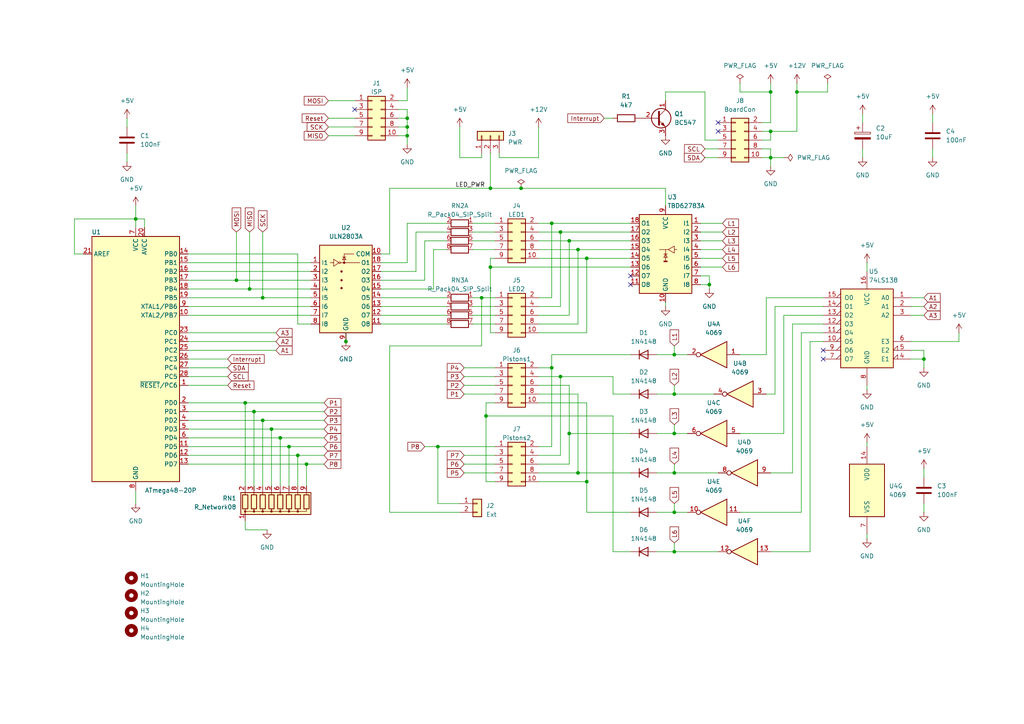
<source format=kicad_sch>
(kicad_sch (version 20231120) (generator "eeschema") (generator_version "8.0")
  (paper "A4")
  (junction (at 88.9 134.62))
  (junction (at 231.14 26.67))
  (junction (at 267.97 104.14))
  (junction (at 195.58 160.02))
  (junction (at 140.97 120.65))
  (junction (at 165.1 69.85))
  (junction (at 83.82 129.54))
  (junction (at 68.58 81.28))
  (junction (at 223.52 45.72))
  (junction (at 223.52 38.1))
  (junction (at 76.2 121.92))
  (junction (at 73.66 119.38))
  (junction (at 160.02 64.77))
  (junction (at 195.58 114.3))
  (junction (at 167.64 137.16))
  (junction (at 167.64 72.39))
  (junction (at 118.11 36.83))
  (junction (at 100.33 99.06))
  (junction (at 162.56 67.31))
  (junction (at 195.58 148.59))
  (junction (at 81.28 127))
  (junction (at 151.13 54.61))
  (junction (at 165.1 125.73))
  (junction (at 78.74 124.46))
  (junction (at 142.24 54.61))
  (junction (at 195.58 102.87))
  (junction (at 71.12 116.84))
  (junction (at 170.18 139.7))
  (junction (at 195.58 137.16))
  (junction (at 142.24 77.47))
  (junction (at 118.11 34.29))
  (junction (at 162.56 109.22))
  (junction (at 160.02 106.68))
  (junction (at 86.36 132.08))
  (junction (at 223.52 26.67))
  (junction (at 205.74 82.55))
  (junction (at 139.7 86.36))
  (junction (at 195.58 125.73))
  (junction (at 118.11 39.37))
  (junction (at 127 129.54))
  (junction (at 39.37 63.5))
  (junction (at 170.18 74.93))
  (junction (at 76.2 86.36))
  (junction (at 72.39 83.82))
  (no_connect (at 208.28 38.1))
  (no_connect (at 238.76 104.14))
  (no_connect (at 208.28 35.56))
  (no_connect (at 182.88 80.01))
  (no_connect (at 182.88 82.55))
  (no_connect (at 238.76 101.6))
  (no_connect (at 102.87 31.75))
  (wire (pts (xy 142.24 44.45) (xy 142.24 54.61)))
  (wire (pts (xy 68.58 81.28) (xy 68.58 67.31)))
  (wire (pts (xy 156.21 134.62) (xy 165.1 134.62)))
  (wire (pts (xy 167.64 137.16) (xy 182.88 137.16)))
  (wire (pts (xy 251.46 154.94) (xy 251.46 156.21)))
  (wire (pts (xy 195.58 111.76) (xy 195.58 114.3)))
  (wire (pts (xy 203.2 67.31) (xy 209.55 67.31)))
  (wire (pts (xy 223.52 35.56) (xy 223.52 26.67)))
  (wire (pts (xy 224.79 114.3) (xy 224.79 88.9)))
  (wire (pts (xy 115.57 36.83) (xy 118.11 36.83)))
  (wire (pts (xy 110.49 78.74) (xy 120.65 78.74)))
  (wire (pts (xy 54.61 78.74) (xy 90.17 78.74)))
  (wire (pts (xy 156.21 129.54) (xy 160.02 129.54)))
  (wire (pts (xy 71.12 151.13) (xy 71.12 153.67)))
  (wire (pts (xy 222.25 102.87) (xy 222.25 86.36)))
  (wire (pts (xy 251.46 76.2) (xy 251.46 78.74)))
  (wire (pts (xy 167.64 72.39) (xy 182.88 72.39)))
  (wire (pts (xy 134.62 134.62) (xy 143.51 134.62)))
  (wire (pts (xy 270.51 33.02) (xy 270.51 35.56)))
  (wire (pts (xy 162.56 88.9) (xy 162.56 67.31)))
  (wire (pts (xy 170.18 139.7) (xy 170.18 116.84)))
  (wire (pts (xy 229.87 93.98) (xy 238.76 93.98)))
  (wire (pts (xy 251.46 128.27) (xy 251.46 129.54)))
  (wire (pts (xy 54.61 106.68) (xy 66.04 106.68)))
  (wire (pts (xy 134.62 137.16) (xy 143.51 137.16)))
  (wire (pts (xy 72.39 83.82) (xy 54.61 83.82)))
  (wire (pts (xy 203.2 74.93) (xy 209.55 74.93)))
  (wire (pts (xy 167.64 114.3) (xy 167.64 137.16)))
  (wire (pts (xy 214.63 148.59) (xy 232.41 148.59)))
  (wire (pts (xy 203.2 77.47) (xy 209.55 77.47)))
  (wire (pts (xy 115.57 34.29) (xy 118.11 34.29)))
  (wire (pts (xy 86.36 93.98) (xy 90.17 93.98)))
  (wire (pts (xy 214.63 24.13) (xy 214.63 26.67)))
  (wire (pts (xy 264.16 88.9) (xy 267.97 88.9)))
  (wire (pts (xy 78.74 140.97) (xy 78.74 124.46)))
  (wire (pts (xy 21.59 73.66) (xy 21.59 63.5)))
  (wire (pts (xy 123.19 81.28) (xy 110.49 81.28)))
  (wire (pts (xy 170.18 74.93) (xy 182.88 74.93)))
  (wire (pts (xy 118.11 36.83) (xy 118.11 39.37)))
  (wire (pts (xy 72.39 83.82) (xy 90.17 83.82)))
  (wire (pts (xy 54.61 129.54) (xy 83.82 129.54)))
  (wire (pts (xy 223.52 160.02) (xy 234.95 160.02)))
  (wire (pts (xy 76.2 121.92) (xy 93.98 121.92)))
  (wire (pts (xy 227.33 125.73) (xy 227.33 91.44)))
  (wire (pts (xy 139.7 45.72) (xy 133.35 45.72)))
  (wire (pts (xy 170.18 74.93) (xy 156.21 74.93)))
  (wire (pts (xy 177.8 109.22) (xy 162.56 109.22)))
  (wire (pts (xy 142.24 74.93) (xy 142.24 77.47)))
  (wire (pts (xy 137.16 93.98) (xy 143.51 93.98)))
  (wire (pts (xy 232.41 148.59) (xy 232.41 96.52)))
  (wire (pts (xy 177.8 160.02) (xy 177.8 120.65)))
  (wire (pts (xy 36.83 34.29) (xy 36.83 36.83)))
  (wire (pts (xy 115.57 31.75) (xy 118.11 31.75)))
  (wire (pts (xy 118.11 39.37) (xy 118.11 41.91)))
  (wire (pts (xy 72.39 83.82) (xy 72.39 67.31)))
  (wire (pts (xy 182.88 102.87) (xy 160.02 102.87)))
  (wire (pts (xy 95.25 34.29) (xy 102.87 34.29)))
  (wire (pts (xy 127 129.54) (xy 127 146.05)))
  (wire (pts (xy 165.1 111.76) (xy 165.1 125.73)))
  (wire (pts (xy 264.16 86.36) (xy 267.97 86.36)))
  (wire (pts (xy 76.2 86.36) (xy 90.17 86.36)))
  (wire (pts (xy 195.58 134.62) (xy 195.58 137.16)))
  (wire (pts (xy 195.58 160.02) (xy 208.28 160.02)))
  (wire (pts (xy 143.51 116.84) (xy 140.97 116.84)))
  (wire (pts (xy 76.2 86.36) (xy 54.61 86.36)))
  (wire (pts (xy 123.19 129.54) (xy 127 129.54)))
  (wire (pts (xy 54.61 116.84) (xy 71.12 116.84)))
  (wire (pts (xy 142.24 77.47) (xy 142.24 96.52)))
  (wire (pts (xy 165.1 125.73) (xy 165.1 134.62)))
  (wire (pts (xy 54.61 88.9) (xy 90.17 88.9)))
  (wire (pts (xy 220.98 38.1) (xy 223.52 38.1)))
  (wire (pts (xy 165.1 91.44) (xy 165.1 69.85)))
  (wire (pts (xy 54.61 119.38) (xy 73.66 119.38)))
  (wire (pts (xy 167.64 72.39) (xy 156.21 72.39)))
  (wire (pts (xy 81.28 127) (xy 81.28 140.97)))
  (wire (pts (xy 142.24 96.52) (xy 143.51 96.52)))
  (wire (pts (xy 205.74 80.01) (xy 203.2 80.01)))
  (wire (pts (xy 151.13 54.61) (xy 193.04 54.61)))
  (wire (pts (xy 118.11 64.77) (xy 118.11 76.2)))
  (wire (pts (xy 165.1 111.76) (xy 156.21 111.76)))
  (wire (pts (xy 220.98 35.56) (xy 223.52 35.56)))
  (wire (pts (xy 54.61 76.2) (xy 90.17 76.2)))
  (wire (pts (xy 156.21 96.52) (xy 170.18 96.52)))
  (wire (pts (xy 127 146.05) (xy 133.35 146.05)))
  (wire (pts (xy 139.7 86.36) (xy 143.51 86.36)))
  (wire (pts (xy 125.73 72.39) (xy 129.54 72.39)))
  (wire (pts (xy 156.21 93.98) (xy 167.64 93.98)))
  (wire (pts (xy 182.88 160.02) (xy 177.8 160.02)))
  (wire (pts (xy 223.52 26.67) (xy 223.52 24.13)))
  (wire (pts (xy 182.88 125.73) (xy 165.1 125.73)))
  (wire (pts (xy 182.88 114.3) (xy 177.8 114.3)))
  (wire (pts (xy 156.21 137.16) (xy 167.64 137.16)))
  (wire (pts (xy 177.8 114.3) (xy 177.8 109.22)))
  (wire (pts (xy 39.37 59.69) (xy 39.37 63.5)))
  (wire (pts (xy 137.16 72.39) (xy 143.51 72.39)))
  (wire (pts (xy 86.36 132.08) (xy 93.98 132.08)))
  (wire (pts (xy 81.28 127) (xy 93.98 127)))
  (wire (pts (xy 267.97 101.6) (xy 267.97 104.14)))
  (wire (pts (xy 167.64 93.98) (xy 167.64 72.39)))
  (wire (pts (xy 162.56 132.08) (xy 156.21 132.08)))
  (wire (pts (xy 222.25 86.36) (xy 238.76 86.36)))
  (wire (pts (xy 240.03 26.67) (xy 231.14 26.67)))
  (wire (pts (xy 142.24 77.47) (xy 182.88 77.47)))
  (wire (pts (xy 110.49 88.9) (xy 129.54 88.9)))
  (wire (pts (xy 118.11 31.75) (xy 118.11 34.29)))
  (wire (pts (xy 120.65 67.31) (xy 129.54 67.31)))
  (wire (pts (xy 127 129.54) (xy 143.51 129.54)))
  (wire (pts (xy 156.21 91.44) (xy 165.1 91.44)))
  (wire (pts (xy 113.03 148.59) (xy 133.35 148.59)))
  (wire (pts (xy 170.18 96.52) (xy 170.18 74.93)))
  (wire (pts (xy 190.5 125.73) (xy 195.58 125.73)))
  (wire (pts (xy 193.04 26.67) (xy 204.47 26.67)))
  (wire (pts (xy 134.62 111.76) (xy 143.51 111.76)))
  (wire (pts (xy 227.33 91.44) (xy 238.76 91.44)))
  (wire (pts (xy 120.65 78.74) (xy 120.65 67.31)))
  (wire (pts (xy 113.03 148.59) (xy 113.03 100.33)))
  (wire (pts (xy 204.47 43.18) (xy 208.28 43.18)))
  (wire (pts (xy 231.14 38.1) (xy 231.14 26.67)))
  (wire (pts (xy 162.56 67.31) (xy 156.21 67.31)))
  (wire (pts (xy 54.61 127) (xy 81.28 127)))
  (wire (pts (xy 264.16 91.44) (xy 267.97 91.44)))
  (wire (pts (xy 204.47 40.64) (xy 208.28 40.64)))
  (wire (pts (xy 182.88 148.59) (xy 170.18 148.59)))
  (wire (pts (xy 195.58 102.87) (xy 199.39 102.87)))
  (wire (pts (xy 139.7 44.45) (xy 139.7 45.72)))
  (wire (pts (xy 54.61 134.62) (xy 88.9 134.62)))
  (wire (pts (xy 195.58 137.16) (xy 208.28 137.16)))
  (wire (pts (xy 160.02 129.54) (xy 160.02 106.68)))
  (wire (pts (xy 195.58 146.05) (xy 195.58 148.59)))
  (wire (pts (xy 54.61 104.14) (xy 66.04 104.14)))
  (wire (pts (xy 142.24 54.61) (xy 113.03 54.61)))
  (wire (pts (xy 214.63 26.67) (xy 223.52 26.67)))
  (wire (pts (xy 137.16 91.44) (xy 143.51 91.44)))
  (wire (pts (xy 270.51 43.18) (xy 270.51 45.72)))
  (wire (pts (xy 160.02 106.68) (xy 156.21 106.68)))
  (wire (pts (xy 113.03 54.61) (xy 113.03 73.66)))
  (wire (pts (xy 78.74 124.46) (xy 93.98 124.46)))
  (wire (pts (xy 190.5 137.16) (xy 195.58 137.16)))
  (wire (pts (xy 204.47 45.72) (xy 208.28 45.72)))
  (wire (pts (xy 125.73 83.82) (xy 125.73 72.39)))
  (wire (pts (xy 134.62 132.08) (xy 143.51 132.08)))
  (wire (pts (xy 203.2 82.55) (xy 205.74 82.55)))
  (wire (pts (xy 54.61 109.22) (xy 66.04 109.22)))
  (wire (pts (xy 86.36 132.08) (xy 86.36 140.97)))
  (wire (pts (xy 220.98 40.64) (xy 223.52 40.64)))
  (wire (pts (xy 113.03 100.33) (xy 139.7 100.33)))
  (wire (pts (xy 190.5 148.59) (xy 195.58 148.59)))
  (wire (pts (xy 264.16 101.6) (xy 267.97 101.6)))
  (wire (pts (xy 264.16 104.14) (xy 267.97 104.14)))
  (wire (pts (xy 137.16 64.77) (xy 143.51 64.77)))
  (wire (pts (xy 86.36 73.66) (xy 86.36 93.98)))
  (wire (pts (xy 39.37 63.5) (xy 39.37 66.04)))
  (wire (pts (xy 142.24 54.61) (xy 151.13 54.61)))
  (wire (pts (xy 139.7 100.33) (xy 139.7 86.36)))
  (wire (pts (xy 223.52 45.72) (xy 227.33 45.72)))
  (wire (pts (xy 220.98 43.18) (xy 223.52 43.18)))
  (wire (pts (xy 54.61 96.52) (xy 80.01 96.52)))
  (wire (pts (xy 195.58 123.19) (xy 195.58 125.73)))
  (wire (pts (xy 156.21 114.3) (xy 167.64 114.3)))
  (wire (pts (xy 123.19 69.85) (xy 129.54 69.85)))
  (wire (pts (xy 24.13 73.66) (xy 21.59 73.66)))
  (wire (pts (xy 160.02 64.77) (xy 182.88 64.77)))
  (wire (pts (xy 54.61 101.6) (xy 80.01 101.6)))
  (wire (pts (xy 54.61 111.76) (xy 66.04 111.76)))
  (wire (pts (xy 220.98 45.72) (xy 223.52 45.72)))
  (wire (pts (xy 234.95 160.02) (xy 234.95 99.06)))
  (wire (pts (xy 110.49 76.2) (xy 118.11 76.2)))
  (wire (pts (xy 39.37 142.24) (xy 39.37 146.05)))
  (wire (pts (xy 134.62 109.22) (xy 143.51 109.22)))
  (wire (pts (xy 195.58 125.73) (xy 199.39 125.73)))
  (wire (pts (xy 190.5 160.02) (xy 195.58 160.02)))
  (wire (pts (xy 54.61 132.08) (xy 86.36 132.08)))
  (wire (pts (xy 76.2 86.36) (xy 76.2 67.31)))
  (wire (pts (xy 156.21 86.36) (xy 160.02 86.36)))
  (wire (pts (xy 83.82 129.54) (xy 93.98 129.54)))
  (wire (pts (xy 229.87 137.16) (xy 229.87 93.98)))
  (wire (pts (xy 76.2 140.97) (xy 76.2 121.92)))
  (wire (pts (xy 203.2 72.39) (xy 209.55 72.39)))
  (wire (pts (xy 115.57 39.37) (xy 118.11 39.37)))
  (wire (pts (xy 118.11 34.29) (xy 118.11 36.83)))
  (wire (pts (xy 193.04 87.63) (xy 193.04 88.9)))
  (wire (pts (xy 203.2 69.85) (xy 209.55 69.85)))
  (wire (pts (xy 205.74 82.55) (xy 205.74 80.01)))
  (wire (pts (xy 36.83 44.45) (xy 36.83 46.99)))
  (wire (pts (xy 123.19 69.85) (xy 123.19 81.28)))
  (wire (pts (xy 162.56 67.31) (xy 182.88 67.31)))
  (wire (pts (xy 39.37 63.5) (xy 41.91 63.5)))
  (wire (pts (xy 156.21 36.83) (xy 156.21 45.72)))
  (wire (pts (xy 193.04 59.69) (xy 193.04 54.61)))
  (wire (pts (xy 68.58 81.28) (xy 54.61 81.28)))
  (wire (pts (xy 140.97 116.84) (xy 140.97 120.65)))
  (wire (pts (xy 267.97 135.89) (xy 267.97 138.43)))
  (wire (pts (xy 140.97 139.7) (xy 143.51 139.7)))
  (wire (pts (xy 170.18 148.59) (xy 170.18 139.7)))
  (wire (pts (xy 223.52 43.18) (xy 223.52 45.72)))
  (wire (pts (xy 95.25 36.83) (xy 102.87 36.83)))
  (wire (pts (xy 205.74 83.82) (xy 205.74 82.55)))
  (wire (pts (xy 118.11 64.77) (xy 129.54 64.77)))
  (wire (pts (xy 165.1 69.85) (xy 182.88 69.85)))
  (wire (pts (xy 214.63 125.73) (xy 227.33 125.73)))
  (wire (pts (xy 41.91 63.5) (xy 41.91 66.04)))
  (wire (pts (xy 100.33 96.52) (xy 100.33 99.06)))
  (wire (pts (xy 234.95 99.06) (xy 238.76 99.06)))
  (wire (pts (xy 267.97 146.05) (xy 267.97 148.59)))
  (wire (pts (xy 68.58 81.28) (xy 90.17 81.28)))
  (wire (pts (xy 137.16 88.9) (xy 143.51 88.9)))
  (wire (pts (xy 115.57 29.21) (xy 118.11 29.21)))
  (wire (pts (xy 231.14 24.13) (xy 231.14 26.67)))
  (wire (pts (xy 278.13 99.06) (xy 278.13 96.52)))
  (wire (pts (xy 223.52 137.16) (xy 229.87 137.16)))
  (wire (pts (xy 160.02 64.77) (xy 156.21 64.77)))
  (wire (pts (xy 21.59 63.5) (xy 39.37 63.5)))
  (wire (pts (xy 170.18 116.84) (xy 156.21 116.84)))
  (wire (pts (xy 54.61 73.66) (xy 86.36 73.66)))
  (wire (pts (xy 203.2 64.77) (xy 209.55 64.77)))
  (wire (pts (xy 134.62 106.68) (xy 143.51 106.68)))
  (wire (pts (xy 110.49 73.66) (xy 113.03 73.66)))
  (wire (pts (xy 267.97 106.68) (xy 267.97 104.14)))
  (wire (pts (xy 71.12 153.67) (xy 77.47 153.67)))
  (wire (pts (xy 156.21 139.7) (xy 170.18 139.7)))
  (wire (pts (xy 54.61 91.44) (xy 90.17 91.44)))
  (wire (pts (xy 240.03 24.13) (xy 240.03 26.67)))
  (wire (pts (xy 195.58 100.33) (xy 195.58 102.87)))
  (wire (pts (xy 160.02 86.36) (xy 160.02 64.77)))
  (wire (pts (xy 54.61 99.06) (xy 80.01 99.06)))
  (wire (pts (xy 195.58 148.59) (xy 199.39 148.59)))
  (wire (pts (xy 137.16 69.85) (xy 143.51 69.85)))
  (wire (pts (xy 195.58 114.3) (xy 207.01 114.3)))
  (wire (pts (xy 137.16 86.36) (xy 139.7 86.36)))
  (wire (pts (xy 165.1 69.85) (xy 156.21 69.85)))
  (wire (pts (xy 110.49 86.36) (xy 129.54 86.36)))
  (wire (pts (xy 156.21 109.22) (xy 162.56 109.22)))
  (wire (pts (xy 95.25 29.21) (xy 102.87 29.21)))
  (wire (pts (xy 54.61 124.46) (xy 78.74 124.46)))
  (wire (pts (xy 83.82 140.97) (xy 83.82 129.54)))
  (wire (pts (xy 73.66 119.38) (xy 93.98 119.38)))
  (wire (pts (xy 222.25 114.3) (xy 224.79 114.3)))
  (wire (pts (xy 71.12 116.84) (xy 93.98 116.84)))
  (wire (pts (xy 133.35 45.72) (xy 133.35 36.83)))
  (wire (pts (xy 156.21 88.9) (xy 162.56 88.9)))
  (wire (pts (xy 162.56 109.22) (xy 162.56 132.08)))
  (wire (pts (xy 160.02 102.87) (xy 160.02 106.68)))
  (wire (pts (xy 140.97 120.65) (xy 140.97 139.7)))
  (wire (pts (xy 177.8 120.65) (xy 140.97 120.65)))
  (wire (pts (xy 223.52 40.64) (xy 223.52 38.1)))
  (wire (pts (xy 251.46 111.76) (xy 251.46 113.03)))
  (wire (pts (xy 88.9 134.62) (xy 93.98 134.62)))
  (wire (pts (xy 144.78 45.72) (xy 144.78 44.45)))
  (wire (pts (xy 71.12 116.84) (xy 71.12 140.97)))
  (wire (pts (xy 223.52 38.1) (xy 231.14 38.1)))
  (wire (pts (xy 118.11 29.21) (xy 118.11 25.4)))
  (wire (pts (xy 232.41 96.52) (xy 238.76 96.52)))
  (wire (pts (xy 223.52 45.72) (xy 223.52 48.26)))
  (wire (pts (xy 250.19 33.02) (xy 250.19 35.56)))
  (wire (pts (xy 95.25 39.37) (xy 102.87 39.37)))
  (wire (pts (xy 195.58 157.48) (xy 195.58 160.02)))
  (wire (pts (xy 134.62 114.3) (xy 143.51 114.3)))
  (wire (pts (xy 142.24 74.93) (xy 143.51 74.93)))
  (wire (pts (xy 110.49 83.82) (xy 125.73 83.82)))
  (wire (pts (xy 264.16 99.06) (xy 278.13 99.06)))
  (wire (pts (xy 73.66 119.38) (xy 73.66 140.97)))
  (wire (pts (xy 190.5 102.87) (xy 195.58 102.87)))
  (wire (pts (xy 88.9 134.62) (xy 88.9 140.97)))
  (wire (pts (xy 156.21 45.72) (xy 144.78 45.72)))
  (wire (pts (xy 137.16 67.31) (xy 143.51 67.31)))
  (wire (pts (xy 110.49 91.44) (xy 129.54 91.44)))
  (wire (pts (xy 175.26 34.29) (xy 177.8 34.29)))
  (wire (pts (xy 214.63 102.87) (xy 222.25 102.87)))
  (wire (pts (xy 250.19 43.18) (xy 250.19 45.72)))
  (wire (pts (xy 110.49 93.98) (xy 129.54 93.98)))
  (wire (pts (xy 204.47 26.67) (xy 204.47 40.64)))
  (wire (pts (xy 54.61 121.92) (xy 76.2 121.92)))
  (wire (pts (xy 224.79 88.9) (xy 238.76 88.9)))
  (wire (pts (xy 190.5 114.3) (xy 195.58 114.3)))
  (wire (pts (xy 193.04 29.21) (xy 193.04 26.67)))
  (label "LED_PWR" (at 132.08 54.61 0))
  (global_label "P3" (shape input) (at 93.98 121.92 0) (property "Intersheetrefs" "${INTERSHEET_REFS}" (effects (hide yes))))
  (global_label "P4" (shape input) (at 134.62 106.68 180) (property "Intersheetrefs" "${INTERSHEET_REFS}" (effects (hide yes))))
  (global_label "P1" (shape input) (at 134.62 114.3 180) (property "Intersheetrefs" "${INTERSHEET_REFS}" (effects (hide yes))))
  (global_label "L1" (shape input) (at 209.55 64.77 0) (property "Intersheetrefs" "${INTERSHEET_REFS}" (effects (hide yes))))
  (global_label "L4" (shape input) (at 195.58 134.62 90) (property "Intersheetrefs" "${INTERSHEET_REFS}" (effects (hide yes))))
  (global_label "Interrupt" (shape input) (at 66.04 104.14 0) (property "Intersheetrefs" "${INTERSHEET_REFS}" (effects (hide yes))))
  (global_label "P2" (shape input) (at 93.98 119.38 0) (property "Intersheetrefs" "${INTERSHEET_REFS}" (effects (hide yes))))
  (global_label "MISO" (shape input) (at 72.39 67.31 90) (property "Intersheetrefs" "${INTERSHEET_REFS}" (effects (hide yes))))
  (global_label "P7" (shape input) (at 93.98 132.08 0) (property "Intersheetrefs" "${INTERSHEET_REFS}" (effects (hide yes))))
  (global_label "L2" (shape input) (at 195.58 111.76 90) (property "Intersheetrefs" "${INTERSHEET_REFS}" (effects (hide yes))))
  (global_label "L3" (shape input) (at 195.58 123.19 90) (property "Intersheetrefs" "${INTERSHEET_REFS}" (effects (hide yes))))
  (global_label "SCK" (shape input) (at 76.2 67.31 90) (property "Intersheetrefs" "${INTERSHEET_REFS}" (effects (hide yes))))
  (global_label "P6" (shape input) (at 93.98 129.54 0) (property "Intersheetrefs" "${INTERSHEET_REFS}" (effects (hide yes))))
  (global_label "A3" (shape input) (at 267.97 91.44 0) (property "Intersheetrefs" "${INTERSHEET_REFS}" (effects (hide yes))))
  (global_label "P2" (shape input) (at 134.62 111.76 180) (property "Intersheetrefs" "${INTERSHEET_REFS}" (effects (hide yes))))
  (global_label "SCL" (shape input) (at 66.04 109.22 0) (property "Intersheetrefs" "${INTERSHEET_REFS}" (effects (hide yes))))
  (global_label "L6" (shape input) (at 195.58 157.48 90) (property "Intersheetrefs" "${INTERSHEET_REFS}" (effects (hide yes))))
  (global_label "L6" (shape input) (at 209.55 77.47 0) (property "Intersheetrefs" "${INTERSHEET_REFS}" (effects (hide yes))))
  (global_label "SCK" (shape input) (at 95.25 36.83 180) (property "Intersheetrefs" "${INTERSHEET_REFS}" (effects (hide yes))))
  (global_label "P4" (shape input) (at 93.98 124.46 0) (property "Intersheetrefs" "${INTERSHEET_REFS}" (effects (hide yes))))
  (global_label "SDA" (shape input) (at 66.04 106.68 0) (property "Intersheetrefs" "${INTERSHEET_REFS}" (effects (hide yes))))
  (global_label "P8" (shape input) (at 93.98 134.62 0) (property "Intersheetrefs" "${INTERSHEET_REFS}" (effects (hide yes))))
  (global_label "A1" (shape input) (at 267.97 86.36 0) (property "Intersheetrefs" "${INTERSHEET_REFS}" (effects (hide yes))))
  (global_label "L3" (shape input) (at 209.55 69.85 0) (property "Intersheetrefs" "${INTERSHEET_REFS}" (effects (hide yes))))
  (global_label "Reset" (shape input) (at 95.25 34.29 180) (property "Intersheetrefs" "${INTERSHEET_REFS}" (effects (hide yes))))
  (global_label "P5" (shape input) (at 134.62 137.16 180) (property "Intersheetrefs" "${INTERSHEET_REFS}" (effects (hide yes))))
  (global_label "A1" (shape input) (at 80.01 101.6 0) (property "Intersheetrefs" "${INTERSHEET_REFS}" (effects (hide yes))))
  (global_label "A2" (shape input) (at 267.97 88.9 0) (property "Intersheetrefs" "${INTERSHEET_REFS}" (effects (hide yes))))
  (global_label "Interrupt" (shape input) (at 175.26 34.29 180) (property "Intersheetrefs" "${INTERSHEET_REFS}" (effects (hide yes))))
  (global_label "L5" (shape input) (at 209.55 74.93 0) (property "Intersheetrefs" "${INTERSHEET_REFS}" (effects (hide yes))))
  (global_label "L5" (shape input) (at 195.58 146.05 90) (property "Intersheetrefs" "${INTERSHEET_REFS}" (effects (hide yes))))
  (global_label "Reset" (shape input) (at 66.04 111.76 0) (property "Intersheetrefs" "${INTERSHEET_REFS}" (effects (hide yes))))
  (global_label "L1" (shape input) (at 195.58 100.33 90) (property "Intersheetrefs" "${INTERSHEET_REFS}" (effects (hide yes))))
  (global_label "P3" (shape input) (at 134.62 109.22 180) (property "Intersheetrefs" "${INTERSHEET_REFS}" (effects (hide yes))))
  (global_label "P6" (shape input) (at 134.62 134.62 180) (property "Intersheetrefs" "${INTERSHEET_REFS}" (effects (hide yes))))
  (global_label "P8" (shape input) (at 123.19 129.54 180) (property "Intersheetrefs" "${INTERSHEET_REFS}" (effects (hide yes))))
  (global_label "SCL" (shape input) (at 204.47 43.18 180) (property "Intersheetrefs" "${INTERSHEET_REFS}" (effects (hide yes))))
  (global_label "A3" (shape input) (at 80.01 96.52 0) (property "Intersheetrefs" "${INTERSHEET_REFS}" (effects (hide yes))))
  (global_label "L4" (shape input) (at 209.55 72.39 0) (property "Intersheetrefs" "${INTERSHEET_REFS}" (effects (hide yes))))
  (global_label "A2" (shape input) (at 80.01 99.06 0) (property "Intersheetrefs" "${INTERSHEET_REFS}" (effects (hide yes))))
  (global_label "L2" (shape input) (at 209.55 67.31 0) (property "Intersheetrefs" "${INTERSHEET_REFS}" (effects (hide yes))))
  (global_label "MOSI" (shape input) (at 68.58 67.31 90) (property "Intersheetrefs" "${INTERSHEET_REFS}" (effects (hide yes))))
  (global_label "P1" (shape input) (at 93.98 116.84 0) (property "Intersheetrefs" "${INTERSHEET_REFS}" (effects (hide yes))))
  (global_label "MOSI" (shape input) (at 95.25 29.21 180) (property "Intersheetrefs" "${INTERSHEET_REFS}" (effects (hide yes))))
  (global_label "P7" (shape input) (at 134.62 132.08 180) (property "Intersheetrefs" "${INTERSHEET_REFS}" (effects (hide yes))))
  (global_label "MISO" (shape input) (at 95.25 39.37 180) (property "Intersheetrefs" "${INTERSHEET_REFS}" (effects (hide yes))))
  (global_label "SDA" (shape input) (at 204.47 45.72 180) (property "Intersheetrefs" "${INTERSHEET_REFS}" (effects (hide yes))))
  (global_label "P5" (shape input) (at 93.98 127 0) (property "Intersheetrefs" "${INTERSHEET_REFS}" (effects (hide yes))))
  (symbol (lib_id "power:GND") (at 205.74 83.82 0) (unit 1)
    (property "Reference" "#PWR012" (effects (hide yes)))
    (property "Value" "GND" (at 205.74 88.9 0))
    (property "Description" "Power symbol creates a global label with name \"GND\" , ground" (effects (hide yes)))
  )
  (symbol (lib_id "power:GND") (at 39.37 146.05 0) (unit 1)
    (property "Reference" "#PWR04" (effects (hide yes)))
    (property "Value" "GND" (at 39.37 151.13 0))
    (property "Description" "Power symbol creates a global label with name \"GND\" , ground" (effects (hide yes)))
  )
  (symbol (lib_id "Transistor_Array:ULN2803A") (at 100.33 81.28 0) (unit 1)
    (property "Reference" "U2" (at 100.33 66.04 0))
    (property "Value" "ULN2803A" (at 100.33 68.58 0))
    (property "Footprint" "Package_DIP:DIP-18_W7.62mm" (effects (hide yes)))
    (property "Datasheet" "http://www.ti.com/lit/ds/symlink/uln2803a.pdf" (effects (hide yes)))
    (property "Description" "Darlington Transistor Arrays, SOIC18/DIP18" (effects (hide yes)))
  )
  (symbol (lib_id "power:+5V") (at 251.46 76.2 0) (unit 1)
    (property "Reference" "#PWR018" (effects (hide yes)))
    (property "Value" "+5V" (at 251.46 71.12 0))
    (property "Description" "Power symbol creates a global label with name \"+5V\"" (effects (hide yes)))
  )
  (symbol (lib_id "power:PWR_FLAG") (at 214.63 24.13 0) (unit 1)
    (property "Reference" "#FLG02" (effects (hide yes)))
    (property "Value" "PWR_FLAG" (at 214.63 19.05 0))
    (property "Description" "Special symbol for telling ERC where power comes from" (effects (hide yes)))
  )
  (symbol (lib_id "Connector_Generic:Conn_02x05_Odd_Even") (at 148.59 69.85 0) (unit 1)
    (property "Reference" "J4" (at 149.86 59.69 0))
    (property "Value" "LED1" (at 149.86 62.23 0))
    (property "Footprint" "Connector_IDC:IDC-Header_2x05_P2.54mm_Vertical" (effects (hide yes)))
    (property "Description" "Generic connector, double row, 02x05, odd/even pin numbering scheme (row 1 odd numbers, row 2 even numbers), script generated (kicad-library-utils/schlib/autogen/connector/)" (effects (hide yes)))
  )
  (symbol (lib_id "Device:C_Polarized") (at 250.19 39.37 0) (unit 1)
    (property "Reference" "C2" (at 254 37.2109 0) (effects (justify left)))
    (property "Value" "10uF" (at 254 39.7509 0) (effects (justify left)))
    (property "Footprint" "Capacitor_THT:C_Radial_D6.3mm_H7.0mm_P2.50mm" (effects (hide yes)))
    (property "Description" "Polarized capacitor" (effects (hide yes)))
  )
  (symbol (lib_id "4xxx:4069") (at 207.01 125.73 0) (mirror y) (unit 3)
    (property "Reference" "U4" (at 207.01 116.84 0))
    (property "Value" "4069" (at 207.01 119.38 0))
    (property "Footprint" "Package_DIP:DIP-14_W7.62mm" (effects (hide yes)))
    (property "Datasheet" "http://www.intersil.com/content/dam/Intersil/documents/cd40/cd4069ubms.pdf" (effects (hide yes)))
    (property "Description" "Hex inverter" (effects (hide yes)))
  )
  (symbol (lib_id "power:GND") (at 250.19 45.72 0) (unit 1)
    (property "Reference" "#PWR017" (effects (hide yes)))
    (property "Value" "GND" (at 250.19 50.8 0))
    (property "Description" "Power symbol creates a global label with name \"GND\" , ground" (effects (hide yes)))
  )
  (symbol (lib_id "power:PWR_FLAG") (at 151.13 54.61 0) (unit 1)
    (property "Reference" "#FLG01" (effects (hide yes)))
    (property "Value" "PWR_FLAG" (at 151.13 49.53 0))
    (property "Description" "Special symbol for telling ERC where power comes from" (effects (hide yes)))
  )
  (symbol (lib_id "power:GND") (at 77.47 153.67 0) (unit 1)
    (property "Reference" "#PWR05" (effects (hide yes)))
    (property "Value" "GND" (at 77.47 158.75 0))
    (property "Description" "Power symbol creates a global label with name \"GND\" , ground" (effects (hide yes)))
  )
  (symbol (lib_id "power:+12V") (at 231.14 24.13 0) (unit 1)
    (property "Reference" "#PWR015" (effects (hide yes)))
    (property "Value" "+12V" (at 231.14 19.05 0))
    (property "Description" "Power symbol creates a global label with name \"+12V\"" (effects (hide yes)))
  )
  (symbol (lib_id "Connector_Generic:Conn_02x05_Odd_Even") (at 148.59 134.62 0) (unit 1)
    (property "Reference" "J7" (at 149.86 124.46 0))
    (property "Value" "Pistons2" (at 149.86 127 0))
    (property "Footprint" "Connector_IDC:IDC-Header_2x05_P2.54mm_Vertical" (effects (hide yes)))
    (property "Description" "Generic connector, double row, 02x05, odd/even pin numbering scheme (row 1 odd numbers, row 2 even numbers), script generated (kicad-library-utils/schlib/autogen/connector/)" (effects (hide yes)))
  )
  (symbol (lib_id "power:GND") (at 223.52 48.26 0) (unit 1)
    (property "Reference" "#PWR014" (effects (hide yes)))
    (property "Value" "GND" (at 223.52 53.34 0))
    (property "Description" "Power symbol creates a global label with name \"GND\" , ground" (effects (hide yes)))
  )
  (symbol (lib_id "Diode:1N4148") (at 186.69 114.3 0) (unit 1)
    (property "Reference" "D2" (at 186.69 107.95 0))
    (property "Value" "1N4148" (at 186.69 110.49 0))
    (property "Footprint" "Diode_THT:D_DO-35_SOD27_P7.62mm_Horizontal" (effects (hide yes)))
    (property "Datasheet" "https://assets.nexperia.com/documents/data-sheet/1N4148_1N4448.pdf" (effects (hide yes)))
    (property "Description" "100V 0.15A standard switching diode, DO-35" (effects (hide yes)))
    (property "Sim.Device" "D" (effects (hide yes)))
    (property "Sim.Pins" "1=K 2=A" (effects (hide yes)))
  )
  (symbol (lib_id "Connector_Generic:Conn_02x05_Odd_Even") (at 213.36 40.64 0) (unit 1)
    (property "Reference" "J8" (at 214.63 29.21 0))
    (property "Value" "BoardCon" (at 214.63 31.75 0))
    (property "Footprint" "Connector_IDC:IDC-Header_2x05_P2.54mm_Vertical" (effects (hide yes)))
    (property "Description" "Generic connector, double row, 02x05, odd/even pin numbering scheme (row 1 odd numbers, row 2 even numbers), script generated (kicad-library-utils/schlib/autogen/connector/)" (effects (hide yes)))
  )
  (symbol (lib_id "power:+5V") (at 278.13 96.52 0) (unit 1)
    (property "Reference" "#PWR025" (effects (hide yes)))
    (property "Value" "+5V" (at 278.13 91.44 0))
    (property "Description" "Power symbol creates a global label with name \"+5V\"" (effects (hide yes)))
  )
  (symbol (lib_id "power:+5V") (at 118.11 25.4 0) (unit 1)
    (property "Reference" "#PWR07" (effects (hide yes)))
    (property "Value" "+5V" (at 118.11 20.32 0))
    (property "Description" "Power symbol creates a global label with name \"+5V\"" (effects (hide yes)))
  )
  (symbol (lib_id "Diode:1N4148") (at 186.69 148.59 0) (unit 1)
    (property "Reference" "D5" (at 186.69 142.24 0))
    (property "Value" "1N4148" (at 186.69 144.78 0))
    (property "Footprint" "Diode_THT:D_DO-35_SOD27_P7.62mm_Horizontal" (effects (hide yes)))
    (property "Datasheet" "https://assets.nexperia.com/documents/data-sheet/1N4148_1N4448.pdf" (effects (hide yes)))
    (property "Description" "100V 0.15A standard switching diode, DO-35" (effects (hide yes)))
    (property "Sim.Device" "D" (effects (hide yes)))
    (property "Sim.Pins" "1=K 2=A" (effects (hide yes)))
  )
  (symbol (lib_id "74xx:74LS138") (at 251.46 93.98 0) (mirror y) (unit 1)
    (property "Reference" "U5" (at 251.9806 78.74 0) (effects (justify right)))
    (property "Value" "74LS138" (at 251.9806 81.28 0) (effects (justify right)))
    (property "Footprint" "Package_DIP:DIP-16_W7.62mm" (effects (hide yes)))
    (property "Datasheet" "http://www.ti.com/lit/gpn/sn74LS138" (effects (hide yes)))
    (property "Description" "Decoder 3 to 8 active low outputs" (effects (hide yes)))
  )
  (symbol (lib_id "Connector_Generic:Conn_02x05_Odd_Even") (at 107.95 34.29 0) (unit 1)
    (property "Reference" "J1" (at 109.22 24.13 0))
    (property "Value" "ISP" (at 109.22 26.67 0))
    (property "Footprint" "Connector_IDC:IDC-Header_2x05_P2.54mm_Vertical" (effects (hide yes)))
    (property "Description" "Generic connector, double row, 02x05, odd/even pin numbering scheme (row 1 odd numbers, row 2 even numbers), script generated (kicad-library-utils/schlib/autogen/connector/)" (effects (hide yes)))
  )
  (symbol (lib_id "power:+5V") (at 250.19 33.02 0) (unit 1)
    (property "Reference" "#PWR016" (effects (hide yes)))
    (property "Value" "+5V" (at 250.19 27.94 0))
    (property "Description" "Power symbol creates a global label with name \"+5V\"" (effects (hide yes)))
  )
  (symbol (lib_id "Diode:1N4148") (at 186.69 102.87 0) (unit 1)
    (property "Reference" "D1" (at 186.69 96.52 0))
    (property "Value" "1N4148" (at 186.69 99.06 0))
    (property "Footprint" "Diode_THT:D_DO-35_SOD27_P7.62mm_Horizontal" (effects (hide yes)))
    (property "Datasheet" "https://assets.nexperia.com/documents/data-sheet/1N4148_1N4448.pdf" (effects (hide yes)))
    (property "Description" "100V 0.15A standard switching diode, DO-35" (effects (hide yes)))
    (property "Sim.Device" "D" (effects (hide yes)))
    (property "Sim.Pins" "1=K 2=A" (effects (hide yes)))
  )
  (symbol (lib_id "Device:R_Pack04_SIP_Split") (at 133.35 91.44 90) (unit 3)
    (property "Reference" "RN3" (effects (hide yes)))
    (property "Value" "R_Pack04_SIP_Split" (effects (hide yes)))
    (property "Footprint" "Resistor_THT:R_Array_SIP8" (effects (hide yes)))
    (property "Datasheet" "http://www.vishay.com/docs/31509/csc.pdf" (effects (hide yes)))
    (property "Description" "4 resistor network, parallel topology, SIP package, split" (effects (hide yes)))
  )
  (symbol (lib_id "Connector_Generic:Conn_02x05_Odd_Even") (at 148.59 111.76 0) (unit 1)
    (property "Reference" "J6" (at 149.86 101.6 0))
    (property "Value" "Pistons1" (at 149.86 104.14 0))
    (property "Footprint" "Connector_IDC:IDC-Header_2x05_P2.54mm_Vertical" (effects (hide yes)))
    (property "Description" "Generic connector, double row, 02x05, odd/even pin numbering scheme (row 1 odd numbers, row 2 even numbers), script generated (kicad-library-utils/schlib/autogen/connector/)" (effects (hide yes)))
  )
  (symbol (lib_id "Mechanical:MountingHole") (at 38.1 172.72 0) (unit 1)
    (property "Reference" "H2" (at 40.64 172.085 0) (effects (justify left)))
    (property "Value" "MountingHole" (at 40.64 174.625 0) (effects (justify left)))
    (property "Footprint" "MountingHole:MountingHole_3.2mm_M3" (effects (hide yes)))
    (property "Description" "Mounting Hole without connection" (effects (hide yes)))
  )
  (symbol (lib_id "Diode:1N4148") (at 186.69 125.73 0) (unit 1)
    (property "Reference" "D3" (at 186.69 119.38 0))
    (property "Value" "1N4148" (at 186.69 121.92 0))
    (property "Footprint" "Diode_THT:D_DO-35_SOD27_P7.62mm_Horizontal" (effects (hide yes)))
    (property "Datasheet" "https://assets.nexperia.com/documents/data-sheet/1N4148_1N4448.pdf" (effects (hide yes)))
    (property "Description" "100V 0.15A standard switching diode, DO-35" (effects (hide yes)))
    (property "Sim.Device" "D" (effects (hide yes)))
    (property "Sim.Pins" "1=K 2=A" (effects (hide yes)))
  )
  (symbol (lib_id "power:GND") (at 36.83 46.99 0) (unit 1)
    (property "Reference" "#PWR02" (effects (hide yes)))
    (property "Value" "GND" (at 36.83 52.07 0))
    (property "Description" "Power symbol creates a global label with name \"GND\" , ground" (effects (hide yes)))
  )
  (symbol (lib_id "power:PWR_FLAG") (at 227.33 45.72 270) (unit 1)
    (property "Reference" "#FLG03" (effects (hide yes)))
    (property "Value" "PWR_FLAG" (at 231.14 45.7199 90) (effects (justify left)))
    (property "Description" "Special symbol for telling ERC where power comes from" (effects (hide yes)))
  )
  (symbol (lib_id "power:GND") (at 193.04 88.9 0) (unit 1)
    (property "Reference" "#PWR011" (effects (hide yes)))
    (property "Value" "GND" (at 193.04 93.98 0))
    (property "Description" "Power symbol creates a global label with name \"GND\" , ground" (effects (hide yes)))
  )
  (symbol (lib_id "power:+5V") (at 223.52 24.13 0) (unit 1)
    (property "Reference" "#PWR013" (effects (hide yes)))
    (property "Value" "+5V" (at 223.52 19.05 0))
    (property "Description" "Power symbol creates a global label with name \"+5V\"" (effects (hide yes)))
  )
  (symbol (lib_id "4xxx:4069") (at 207.01 148.59 0) (mirror y) (unit 5)
    (property "Reference" "U4" (at 207.01 139.7 0))
    (property "Value" "4069" (at 207.01 142.24 0))
    (property "Footprint" "Package_DIP:DIP-14_W7.62mm" (effects (hide yes)))
    (property "Datasheet" "http://www.intersil.com/content/dam/Intersil/documents/cd40/cd4069ubms.pdf" (effects (hide yes)))
    (property "Description" "Hex inverter" (effects (hide yes)))
  )
  (symbol (lib_id "power:+12V") (at 156.21 36.83 0) (unit 1)
    (property "Reference" "#PWR010" (effects (hide yes)))
    (property "Value" "+12V" (at 156.21 31.75 0))
    (property "Description" "Power symbol creates a global label with name \"+12V\"" (effects (hide yes)))
  )
  (symbol (lib_id "power:+5V") (at 270.51 33.02 0) (unit 1)
    (property "Reference" "#PWR026" (effects (hide yes)))
    (property "Value" "+5V" (at 270.51 27.94 0))
    (property "Description" "Power symbol creates a global label with name \"+5V\"" (effects (hide yes)))
  )
  (symbol (lib_id "Device:C") (at 267.97 142.24 0) (unit 1)
    (property "Reference" "C3" (at 271.78 140.9699 0) (effects (justify left)))
    (property "Value" "100nF" (at 271.78 143.5099 0) (effects (justify left)))
    (property "Footprint" "Capacitor_THT:C_Disc_D4.3mm_W1.9mm_P5.00mm" (effects (hide yes)))
    (property "Description" "Unpolarized capacitor" (effects (hide yes)))
  )
  (symbol (lib_id "Mechanical:MountingHole") (at 38.1 177.8 0) (unit 1)
    (property "Reference" "H3" (at 40.64 177.165 0) (effects (justify left)))
    (property "Value" "MountingHole" (at 40.64 179.705 0) (effects (justify left)))
    (property "Footprint" "MountingHole:MountingHole_3.2mm_M3" (effects (hide yes)))
    (property "Description" "Mounting Hole without connection" (effects (hide yes)))
  )
  (symbol (lib_id "Device:R_Pack04_SIP_Split") (at 133.35 72.39 90) (unit 4)
    (property "Reference" "RN2" (effects (hide yes)))
    (property "Value" "R_Pack04_SIP_Split" (effects (hide yes)))
    (property "Footprint" "Resistor_THT:R_Array_SIP8" (effects (hide yes)))
    (property "Datasheet" "http://www.vishay.com/docs/31509/csc.pdf" (effects (hide yes)))
    (property "Description" "4 resistor network, parallel topology, SIP package, split" (effects (hide yes)))
  )
  (symbol (lib_id "power:+5V") (at 133.35 36.83 0) (unit 1)
    (property "Reference" "#PWR09" (effects (hide yes)))
    (property "Value" "+5V" (at 133.35 31.75 0))
    (property "Description" "Power symbol creates a global label with name \"+5V\"" (effects (hide yes)))
  )
  (symbol (lib_id "Device:R_Pack04_SIP_Split") (at 133.35 67.31 90) (unit 2)
    (property "Reference" "RN2" (effects (hide yes)))
    (property "Value" "R_Pack04_SIP_Split" (effects (hide yes)))
    (property "Footprint" "Resistor_THT:R_Array_SIP8" (effects (hide yes)))
    (property "Datasheet" "http://www.vishay.com/docs/31509/csc.pdf" (effects (hide yes)))
    (property "Description" "4 resistor network, parallel topology, SIP package, split" (effects (hide yes)))
  )
  (symbol (lib_id "power:+5V") (at 267.97 135.89 0) (unit 1)
    (property "Reference" "#PWR023" (effects (hide yes)))
    (property "Value" "+5V" (at 267.97 130.81 0))
    (property "Description" "Power symbol creates a global label with name \"+5V\"" (effects (hide yes)))
  )
  (symbol (lib_id "4xxx:4069") (at 207.01 102.87 0) (mirror y) (unit 1)
    (property "Reference" "U4" (at 207.01 93.98 0))
    (property "Value" "4069" (at 207.01 96.52 0))
    (property "Footprint" "Package_DIP:DIP-14_W7.62mm" (effects (hide yes)))
    (property "Datasheet" "http://www.intersil.com/content/dam/Intersil/documents/cd40/cd4069ubms.pdf" (effects (hide yes)))
    (property "Description" "Hex inverter" (effects (hide yes)))
  )
  (symbol (lib_id "power:GND") (at 100.33 99.06 0) (unit 1)
    (property "Reference" "#PWR06" (effects (hide yes)))
    (property "Value" "GND" (at 100.33 104.14 0))
    (property "Description" "Power symbol creates a global label with name \"GND\" , ground" (effects (hide yes)))
  )
  (symbol (lib_id "power:+5V") (at 36.83 34.29 0) (unit 1)
    (property "Reference" "#PWR01" (effects (hide yes)))
    (property "Value" "+5V" (at 36.83 29.21 0))
    (property "Description" "Power symbol creates a global label with name \"+5V\"" (effects (hide yes)))
  )
  (symbol (lib_id "4xxx:4069") (at 215.9 160.02 0) (mirror y) (unit 6)
    (property "Reference" "U4" (at 215.9 151.13 0))
    (property "Value" "4069" (at 215.9 153.67 0))
    (property "Footprint" "Package_DIP:DIP-14_W7.62mm" (effects (hide yes)))
    (property "Datasheet" "http://www.intersil.com/content/dam/Intersil/documents/cd40/cd4069ubms.pdf" (effects (hide yes)))
    (property "Description" "Hex inverter" (effects (hide yes)))
  )
  (symbol (lib_id "power:GND") (at 118.11 41.91 0) (unit 1)
    (property "Reference" "#PWR08" (effects (hide yes)))
    (property "Value" "GND" (at 118.11 46.99 0))
    (property "Description" "Power symbol creates a global label with name \"GND\" , ground" (effects (hide yes)))
  )
  (symbol (lib_id "Connector_Generic:Conn_02x05_Odd_Even") (at 148.59 91.44 0) (unit 1)
    (property "Reference" "J5" (at 149.86 81.28 0))
    (property "Value" "LED2" (at 149.86 83.82 0))
    (property "Footprint" "Connector_IDC:IDC-Header_2x05_P2.54mm_Vertical" (effects (hide yes)))
    (property "Description" "Generic connector, double row, 02x05, odd/even pin numbering scheme (row 1 odd numbers, row 2 even numbers), script generated (kicad-library-utils/schlib/autogen/connector/)" (effects (hide yes)))
  )
  (symbol (lib_id "MCU_Microchip_ATmega:ATmega48-20P") (at 39.37 104.14 0) (unit 1)
    (property "Reference" "U1" (at 27.94 67.31 0))
    (property "Value" "ATmega48-20P" (at 49.53 142.24 0))
    (property "Footprint" "Package_DIP:DIP-28_W7.62mm" (effects (hide yes)))
    (property "Datasheet" "http://ww1.microchip.com/downloads/en/DeviceDoc/Atmel-2545-8-bit-AVR-Microcontroller-ATmega48-88-168_Datasheet.pdf" (effects (hide yes)))
    (property "Description" "20MHz, 4kB Flash, 512B SRAM, 256B EEPROM, DIP-28" (effects (hide yes)))
  )
  (symbol (lib_id "Device:R_Network08") (at 81.28 146.05 0) (mirror x) (unit 1)
    (property "Reference" "RN1" (at 68.58 144.5259 0) (effects (justify right)))
    (property "Value" "R_Network08" (at 68.58 147.0659 0) (effects (justify right)))
    (property "Footprint" "Resistor_THT:R_Array_SIP9" (effects (hide yes)))
    (property "Datasheet" "http://www.vishay.com/docs/31509/csc.pdf" (effects (hide yes)))
    (property "Description" "8 resistor network, star topology, bussed resistors, small symbol" (effects (hide yes)))
  )
  (symbol (lib_id "power:GND") (at 267.97 106.68 0) (unit 1)
    (property "Reference" "#PWR022" (effects (hide yes)))
    (property "Value" "GND" (at 267.97 111.76 0))
    (property "Description" "Power symbol creates a global label with name \"GND\" , ground" (effects (hide yes)))
  )
  (symbol (lib_id "Device:R") (at 181.61 34.29 90) (unit 1)
    (property "Reference" "R1" (at 181.61 27.94 90))
    (property "Value" "4k7" (at 181.61 30.48 90))
    (property "Footprint" "Resistor_THT:R_Axial_DIN0204_L3.6mm_D1.6mm_P7.62mm_Horizontal" (effects (hide yes)))
    (property "Description" "Resistor" (effects (hide yes)))
  )
  (symbol (lib_id "Device:R_Pack04_SIP_Split") (at 133.35 69.85 90) (unit 3)
    (property "Reference" "RN2" (effects (hide yes)))
    (property "Value" "R_Pack04_SIP_Split" (effects (hide yes)))
    (property "Footprint" "Resistor_THT:R_Array_SIP8" (effects (hide yes)))
    (property "Datasheet" "http://www.vishay.com/docs/31509/csc.pdf" (effects (hide yes)))
    (property "Description" "4 resistor network, parallel topology, SIP package, split" (effects (hide yes)))
  )
  (symbol (lib_id "power:GND") (at 270.51 45.72 0) (unit 1)
    (property "Reference" "#PWR027" (effects (hide yes)))
    (property "Value" "GND" (at 270.51 50.8 0))
    (property "Description" "Power symbol creates a global label with name \"GND\" , ground" (effects (hide yes)))
  )
  (symbol (lib_id "power:GND") (at 251.46 113.03 0) (unit 1)
    (property "Reference" "#PWR019" (effects (hide yes)))
    (property "Value" "GND" (at 251.46 118.11 0))
    (property "Description" "Power symbol creates a global label with name \"GND\" , ground" (effects (hide yes)))
  )
  (symbol (lib_id "4xxx:4069") (at 214.63 114.3 0) (mirror y) (unit 2)
    (property "Reference" "U4" (at 214.63 105.41 0))
    (property "Value" "4069" (at 214.63 107.95 0))
    (property "Footprint" "Package_DIP:DIP-14_W7.62mm" (effects (hide yes)))
    (property "Datasheet" "http://www.intersil.com/content/dam/Intersil/documents/cd40/cd4069ubms.pdf" (effects (hide yes)))
    (property "Description" "Hex inverter" (effects (hide yes)))
  )
  (symbol (lib_id "Device:R_Pack04_SIP_Split") (at 133.35 64.77 90) (unit 1)
    (property "Reference" "RN2" (at 133.35 59.69 90))
    (property "Value" "R_Pack04_SIP_Split" (at 133.35 62.23 90))
    (property "Footprint" "Resistor_THT:R_Array_SIP8" (effects (hide yes)))
    (property "Datasheet" "http://www.vishay.com/docs/31509/csc.pdf" (effects (hide yes)))
    (property "Description" "4 resistor network, parallel topology, SIP package, split" (effects (hide yes)))
  )
  (symbol (lib_id "power:PWR_FLAG") (at 240.03 24.13 0) (unit 1)
    (property "Reference" "#FLG04" (effects (hide yes)))
    (property "Value" "PWR_FLAG" (at 240.03 19.05 0))
    (property "Description" "Special symbol for telling ERC where power comes from" (effects (hide yes)))
  )
  (symbol (lib_id "Device:R_Pack04_SIP_Split") (at 133.35 86.36 90) (unit 1)
    (property "Reference" "RN3" (at 133.35 81.28 90))
    (property "Value" "R_Pack04_SIP_Split" (at 133.35 83.82 90))
    (property "Footprint" "Resistor_THT:R_Array_SIP8" (effects (hide yes)))
    (property "Datasheet" "http://www.vishay.com/docs/31509/csc.pdf" (effects (hide yes)))
    (property "Description" "4 resistor network, parallel topology, SIP package, split" (effects (hide yes)))
  )
  (symbol (lib_id "power:+5V") (at 39.37 59.69 0) (unit 1)
    (property "Reference" "#PWR03" (effects (hide yes)))
    (property "Value" "+5V" (at 39.37 54.61 0))
    (property "Description" "Power symbol creates a global label with name \"+5V\"" (effects (hide yes)))
  )
  (symbol (lib_id "Diode:1N4148") (at 186.69 137.16 0) (unit 1)
    (property "Reference" "D4" (at 186.69 130.81 0))
    (property "Value" "1N4148" (at 186.69 133.35 0))
    (property "Footprint" "Diode_THT:D_DO-35_SOD27_P7.62mm_Horizontal" (effects (hide yes)))
    (property "Datasheet" "https://assets.nexperia.com/documents/data-sheet/1N4148_1N4448.pdf" (effects (hide yes)))
    (property "Description" "100V 0.15A standard switching diode, DO-35" (effects (hide yes)))
    (property "Sim.Device" "D" (effects (hide yes)))
    (property "Sim.Pins" "1=K 2=A" (effects (hide yes)))
  )
  (symbol (lib_id "Transistor_Array:TBD62783A") (at 193.04 72.39 0) (mirror y) (unit 1)
    (property "Reference" "U3" (at 193.5606 57.15 0) (effects (justify right)))
    (property "Value" "TBD62783A" (at 193.5606 59.69 0) (effects (justify right)))
    (property "Footprint" "Package_DIP:DIP-18_W7.62mm" (effects (hide yes)))
    (property "Datasheet" "http://toshiba.semicon-storage.com/info/docget.jsp?did=30523&prodName=TBD62783APG" (effects (hide yes)))
    (property "Description" "8-Channel Source Type Transistor Array, TTL and CMOS compatible, 500mA, 50V, DIP-18/SOP-18/SSOP-18/SOIC-18W" (effects (hide yes)))
  )
  (symbol (lib_id "Transistor_BJT:BC547") (at 190.5 34.29 0) (unit 1)
    (property "Reference" "Q1" (at 195.58 33.0199 0) (effects (justify left)))
    (property "Value" "BC547" (at 195.58 35.5599 0) (effects (justify left)))
    (property "Footprint" "Package_TO_SOT_THT:TO-92L_Inline_Wide" (effects (hide yes)))
    (property "Datasheet" "https://www.onsemi.com/pub/Collateral/BC550-D.pdf" (effects (hide yes)))
    (property "Description" "0.1A Ic, 45V Vce, Small Signal NPN Transistor, TO-92" (effects (hide yes)))
  )
  (symbol (lib_id "power:+5V") (at 251.46 128.27 0) (unit 1)
    (property "Reference" "#PWR020" (effects (hide yes)))
    (property "Value" "+5V" (at 251.46 123.19 0))
    (property "Description" "Power symbol creates a global label with name \"+5V\"" (effects (hide yes)))
  )
  (symbol (lib_id "Device:R_Pack04_SIP_Split") (at 133.35 93.98 90) (unit 4)
    (property "Reference" "RN3" (effects (hide yes)))
    (property "Value" "R_Pack04_SIP_Split" (effects (hide yes)))
    (property "Footprint" "Resistor_THT:R_Array_SIP8" (effects (hide yes)))
    (property "Datasheet" "http://www.vishay.com/docs/31509/csc.pdf" (effects (hide yes)))
    (property "Description" "4 resistor network, parallel topology, SIP package, split" (effects (hide yes)))
  )
  (symbol (lib_id "Device:C") (at 270.51 39.37 0) (unit 1)
    (property "Reference" "C4" (at 274.32 38.0999 0) (effects (justify left)))
    (property "Value" "100nF" (at 274.32 40.6399 0) (effects (justify left)))
    (property "Footprint" "Capacitor_THT:C_Disc_D4.3mm_W1.9mm_P5.00mm" (effects (hide yes)))
    (property "Description" "Unpolarized capacitor" (effects (hide yes)))
  )
  (symbol (lib_id "4xxx:4069") (at 251.46 142.24 0) (unit 7)
    (property "Reference" "U4" (at 257.81 140.9699 0) (effects (justify left)))
    (property "Value" "4069" (at 257.81 143.5099 0) (effects (justify left)))
    (property "Footprint" "Package_DIP:DIP-14_W7.62mm" (effects (hide yes)))
    (property "Datasheet" "http://www.intersil.com/content/dam/Intersil/documents/cd40/cd4069ubms.pdf" (effects (hide yes)))
    (property "Description" "Hex inverter" (effects (hide yes)))
  )
  (symbol (lib_id "Device:C") (at 36.83 40.64 0) (unit 1)
    (property "Reference" "C1" (at 40.64 39.3699 0) (effects (justify left)))
    (property "Value" "100nF" (at 40.64 41.9099 0) (effects (justify left)))
    (property "Footprint" "Capacitor_THT:C_Disc_D4.3mm_W1.9mm_P5.00mm" (effects (hide yes)))
    (property "Description" "Unpolarized capacitor" (effects (hide yes)))
  )
  (symbol (lib_id "Connector_Generic:Conn_01x03") (at 142.24 39.37 90) (unit 1)
    (property "Reference" "J3" (at 147.32 38.735 90) (effects (justify right)))
    (property "Value" "PWR" (at 147.32 41.275 90) (effects (justify right)))
    (property "Footprint" "Connector_PinHeader_2.54mm:PinHeader_1x03_P2.54mm_Vertical" (effects (hide yes)))
    (property "Description" "Generic connector, single row, 01x03, script generated (kicad-library-utils/schlib/autogen/connector/)" (effects (hide yes)))
  )
  (symbol (lib_id "Diode:1N4148") (at 186.69 160.02 0) (unit 1)
    (property "Reference" "D6" (at 186.69 153.67 0))
    (property "Value" "1N4148" (at 186.69 156.21 0))
    (property "Footprint" "Diode_THT:D_DO-35_SOD27_P7.62mm_Horizontal" (effects (hide yes)))
    (property "Datasheet" "https://assets.nexperia.com/documents/data-sheet/1N4148_1N4448.pdf" (effects (hide yes)))
    (property "Description" "100V 0.15A standard switching diode, DO-35" (effects (hide yes)))
    (property "Sim.Device" "D" (effects (hide yes)))
    (property "Sim.Pins" "1=K 2=A" (effects (hide yes)))
  )
  (symbol (lib_id "4xxx:4069") (at 215.9 137.16 0) (mirror y) (unit 4)
    (property "Reference" "U4" (at 215.9 128.27 0))
    (property "Value" "4069" (at 215.9 130.81 0))
    (property "Footprint" "Package_DIP:DIP-14_W7.62mm" (effects (hide yes)))
    (property "Datasheet" "http://www.intersil.com/content/dam/Intersil/documents/cd40/cd4069ubms.pdf" (effects (hide yes)))
    (property "Description" "Hex inverter" (effects (hide yes)))
  )
  (symbol (lib_id "Mechanical:MountingHole") (at 38.1 182.88 0) (unit 1)
    (property "Reference" "H4" (at 40.64 182.245 0) (effects (justify left)))
    (property "Value" "MountingHole" (at 40.64 184.785 0) (effects (justify left)))
    (property "Footprint" "MountingHole:MountingHole_3.2mm_M3" (effects (hide yes)))
    (property "Description" "Mounting Hole without connection" (effects (hide yes)))
  )
  (symbol (lib_id "Mechanical:MountingHole") (at 38.1 167.64 0) (unit 1)
    (property "Reference" "H1" (at 40.64 167.005 0) (effects (justify left)))
    (property "Value" "MountingHole" (at 40.64 169.545 0) (effects (justify left)))
    (property "Footprint" "MountingHole:MountingHole_3.2mm_M3" (effects (hide yes)))
    (property "Description" "Mounting Hole without connection" (effects (hide yes)))
  )
  (symbol (lib_id "power:GND") (at 267.97 148.59 0) (unit 1)
    (property "Reference" "#PWR024" (effects (hide yes)))
    (property "Value" "GND" (at 267.97 153.67 0))
    (property "Description" "Power symbol creates a global label with name \"GND\" , ground" (effects (hide yes)))
  )
  (symbol (lib_id "Connector_Generic:Conn_01x02") (at 138.43 146.05 0) (unit 1)
    (property "Reference" "J2" (at 140.97 146.685 0) (effects (justify left)))
    (property "Value" "Ext" (at 140.97 149.225 0) (effects (justify left)))
    (property "Footprint" "Connector_PinHeader_2.54mm:PinHeader_1x02_P2.54mm_Vertical" (effects (hide yes)))
    (property "Description" "Generic connector, single row, 01x02, script generated (kicad-library-utils/schlib/autogen/connector/)" (effects (hide yes)))
  )
  (symbol (lib_id "power:GND") (at 251.46 156.21 0) (unit 1)
    (property "Reference" "#PWR021" (effects (hide yes)))
    (property "Value" "GND" (at 251.46 161.29 0))
    (property "Description" "Power symbol creates a global label with name \"GND\" , ground" (effects (hide yes)))
  )
  (symbol (lib_id "power:GND") (at 193.04 39.37 0) (unit 1)
    (property "Reference" "#PWR028" (effects (hide yes)))
    (property "Value" "GND" (at 193.04 44.45 0))
    (property "Description" "Power symbol creates a global label with name \"GND\" , ground" (effects (hide yes)))
  )
  (symbol (lib_id "Device:R_Pack04_SIP_Split") (at 133.35 88.9 90) (unit 2)
    (property "Reference" "RN3" (effects (hide yes)))
    (property "Value" "R_Pack04_SIP_Split" (effects (hide yes)))
    (property "Footprint" "Resistor_THT:R_Array_SIP8" (effects (hide yes)))
    (property "Datasheet" "http://www.vishay.com/docs/31509/csc.pdf" (effects (hide yes)))
    (property "Description" "4 resistor network, parallel topology, SIP package, split" (effects (hide yes)))
  )
)
</source>
